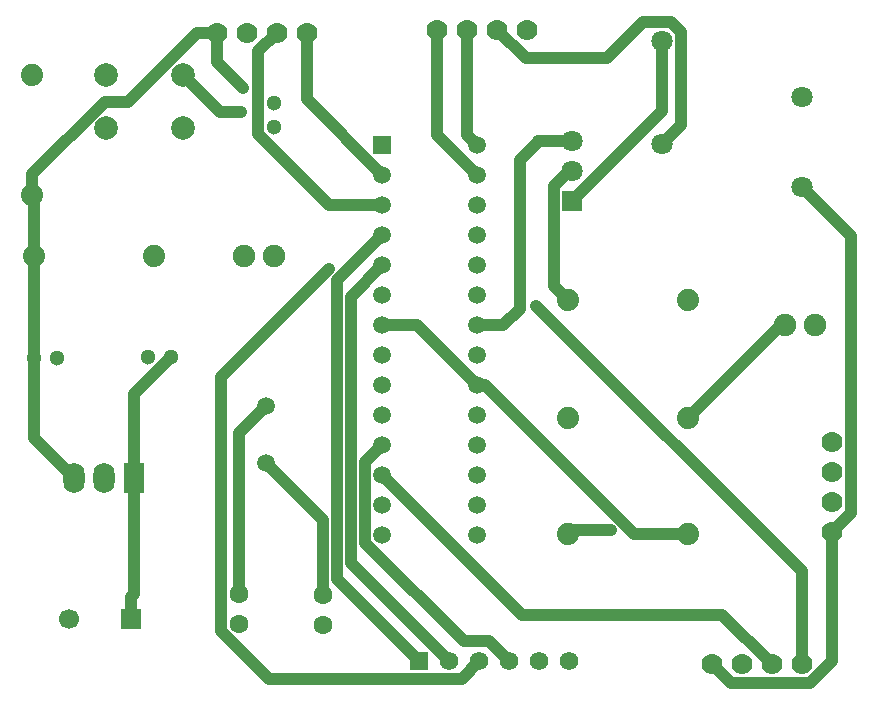
<source format=gbl>
G04 Layer: BottomLayer*
G04 EasyEDA v6.5.22, 2023-04-19 18:57:47*
G04 ea0b047a10f34627951ed673aab6b0d1,23e0b72c0ed747e58eec44992e5d9f69,10*
G04 Gerber Generator version 0.2*
G04 Scale: 100 percent, Rotated: No, Reflected: No *
G04 Dimensions in millimeters *
G04 leading zeros omitted , absolute positions ,4 integer and 5 decimal *
%FSLAX45Y45*%
%MOMM*%

%ADD10C,1.0000*%
%ADD11C,1.3000*%
%ADD12C,1.6000*%
%ADD13C,1.9000*%
%ADD14C,1.8000*%
%ADD15C,1.7780*%
%ADD16C,1.5748*%
%ADD17R,1.5748X1.5748*%
%ADD18R,1.7000X1.7000*%
%ADD19C,1.7000*%
%ADD20R,1.8000X1.8000*%
%ADD21C,1.8796*%
%ADD22C,2.0000*%
%ADD23R,1.5000X1.5000*%
%ADD24C,1.5000*%
%ADD25O,1.7999964X2.5999948*%
%ADD26R,1.8000X2.6000*%
%ADD27C,0.6100*%

%LPD*%
D10*
X4622800Y5727700D02*
G01*
X4864100Y5486400D01*
X5557011Y5486400D01*
X5859272Y5788660D01*
X6099047Y5788660D01*
X6176772Y5710936D01*
X6176772Y4916423D01*
X6019800Y4759197D01*
X5219674Y3441700D02*
G01*
X5102402Y3558971D01*
X5102402Y4406925D01*
X5229377Y4533900D01*
X5257800Y4533900D01*
X3651300Y3987800D02*
G01*
X3268014Y3604513D01*
X3268014Y1075385D01*
X3962400Y381000D01*
X3651300Y3733800D02*
G01*
X3383432Y3465931D01*
X3383432Y1213993D01*
X4216425Y381000D01*
X4470425Y381000D02*
G01*
X4322267Y232841D01*
X2688640Y232841D01*
X2287117Y634364D01*
X2287117Y2786837D01*
X3200196Y3699916D01*
X3651300Y2209800D02*
G01*
X3508933Y2067432D01*
X3508933Y1382115D01*
X4344390Y546658D01*
X4558766Y546658D01*
X4724425Y381000D01*
X7200900Y355600D02*
G01*
X7200900Y1143406D01*
X4955768Y3388537D01*
X3651300Y1955800D02*
G01*
X4835169Y771931D01*
X6530568Y771931D01*
X6946900Y355600D01*
X5219700Y1460500D02*
G01*
X5252745Y1493545D01*
X5586095Y1493545D01*
X3651300Y4241800D02*
G01*
X3199556Y4241800D01*
X2597632Y4843729D01*
X2597632Y5544032D01*
X2755900Y5702300D01*
X3651300Y4495800D02*
G01*
X3009900Y5137200D01*
X3009900Y5702300D01*
X4451299Y4749800D02*
G01*
X4368825Y4832273D01*
X4368825Y5727700D01*
X4451299Y4495800D02*
G01*
X4114825Y4832273D01*
X4114825Y5727700D01*
X5257800Y4279900D02*
G01*
X6019800Y5041900D01*
X6019800Y5629300D01*
X6235700Y2438400D02*
G01*
X7023100Y3225800D01*
X7061200Y3225800D01*
X2667000Y2542692D02*
G01*
X2438400Y2314092D01*
X2438400Y952500D01*
X2667000Y2054707D02*
G01*
X3149600Y1572107D01*
X3149600Y939800D01*
X1041400Y1930882D02*
G01*
X700100Y2272182D01*
X700100Y2946400D01*
X3651300Y3225800D02*
G01*
X3943299Y3225800D01*
X4451299Y2717800D01*
X6235700Y1460500D02*
G01*
X5782360Y1460500D01*
X4525060Y2717800D01*
X4451299Y2717800D01*
X6438900Y355600D02*
G01*
X6601713Y192786D01*
X7269352Y192786D01*
X7454900Y378332D01*
X7454900Y1473200D01*
X7454900Y1473200D02*
G01*
X7619034Y1637334D01*
X7619034Y3976065D01*
X7200900Y4394200D01*
X2474219Y5229430D02*
G01*
X2247900Y5455747D01*
X2247900Y5702300D01*
X698500Y3810000D02*
G01*
X700100Y3808399D01*
X700100Y2946400D01*
X2247900Y5702300D02*
G01*
X2080463Y5702300D01*
X1496263Y5118100D01*
X1303324Y5118100D01*
X685800Y4500575D01*
X685800Y4330700D01*
X685800Y4330700D02*
G01*
X698500Y4318000D01*
X698500Y3810000D01*
X1549425Y1929892D02*
G01*
X1549425Y2643225D01*
X1865299Y2959100D01*
X1526539Y921689D02*
G01*
X1549425Y944575D01*
X1549425Y1929892D01*
X1526539Y736600D02*
G01*
X1526539Y921689D01*
X1963318Y5343093D02*
G01*
X2274697Y5031714D01*
X2455163Y5031714D01*
X5257800Y4787900D02*
G01*
X4965700Y4787900D01*
X4965700Y4775200D01*
X4813300Y4622800D01*
X4813300Y3365500D01*
X4673600Y3225800D01*
X4451299Y3225800D01*
D11*
G01*
X2730500Y5103799D03*
G01*
X2730500Y4903800D03*
G01*
X1865299Y2959100D03*
G01*
X1665300Y2959100D03*
G01*
X700100Y2946400D03*
G01*
X900099Y2946400D03*
D12*
G01*
X3149600Y939800D03*
G01*
X3149600Y685800D03*
G01*
X2438400Y952500D03*
G01*
X2438400Y698500D03*
D13*
G01*
X7061200Y3225800D03*
G01*
X7315200Y3225800D03*
G01*
X2476500Y3810000D03*
G01*
X2730500Y3810000D03*
D14*
G01*
X6019800Y4759299D03*
G01*
X6019800Y5629300D03*
D15*
G01*
X4114825Y5727700D03*
G01*
X4368825Y5727700D03*
G01*
X4622825Y5727700D03*
G01*
X4876825Y5727700D03*
G01*
X3009900Y5702300D03*
G01*
X2755900Y5702300D03*
G01*
X2501900Y5702300D03*
G01*
X2247900Y5702300D03*
G01*
X7454900Y1473200D03*
G01*
X7454900Y1727200D03*
G01*
X7454900Y1981200D03*
G01*
X7454900Y2235200D03*
G01*
X6438900Y355600D03*
G01*
X6692900Y355600D03*
G01*
X6946900Y355600D03*
G01*
X7200900Y355600D03*
D16*
G01*
X5232425Y381000D03*
G01*
X4978425Y381000D03*
G01*
X4724425Y381000D03*
G01*
X4470425Y381000D03*
G01*
X4216425Y381000D03*
D17*
G01*
X3962400Y381000D03*
D18*
G01*
X1526539Y736600D03*
D19*
G01*
X998220Y736600D03*
D14*
G01*
X7200900Y4394200D03*
G01*
X7200900Y5156200D03*
D20*
G01*
X5257800Y4279900D03*
D14*
G01*
X5257800Y4533900D03*
G01*
X5257800Y4787900D03*
D21*
G01*
X5219700Y2438400D03*
G01*
X6235700Y2438400D03*
G01*
X685800Y4330700D03*
G01*
X685800Y5346700D03*
G01*
X698500Y3810000D03*
G01*
X1714500Y3810000D03*
G01*
X6235700Y1460500D03*
G01*
X5219700Y1460500D03*
G01*
X6235674Y3441700D03*
G01*
X5219674Y3441700D03*
D22*
G01*
X1313332Y5343093D03*
G01*
X1963318Y5343093D03*
G01*
X1963318Y4893106D03*
G01*
X1313332Y4893106D03*
D23*
G01*
X3651300Y4749800D03*
D24*
G01*
X3651300Y4495800D03*
G01*
X3651300Y4241800D03*
G01*
X3651300Y3987800D03*
G01*
X3651300Y3733800D03*
G01*
X3651300Y3479800D03*
G01*
X3651300Y3225800D03*
G01*
X3651300Y2971800D03*
G01*
X3651300Y2717800D03*
G01*
X3651300Y2463800D03*
G01*
X3651300Y2209800D03*
G01*
X3651300Y1955800D03*
G01*
X3651300Y1701800D03*
G01*
X3651300Y1447800D03*
G01*
X4451299Y4749800D03*
G01*
X4451299Y4495800D03*
G01*
X4451299Y4241800D03*
G01*
X4451299Y3987800D03*
G01*
X4451299Y3733800D03*
G01*
X4451299Y3479800D03*
G01*
X4451299Y3225800D03*
G01*
X4451299Y2971800D03*
G01*
X4451299Y2717800D03*
G01*
X4451299Y2463800D03*
G01*
X4451299Y2209800D03*
G01*
X4451299Y1955800D03*
G01*
X4451299Y1701800D03*
G01*
X4451299Y1447800D03*
D25*
G01*
X1295425Y1929892D03*
G01*
X1041400Y1930882D03*
D26*
G01*
X1549425Y1929892D03*
D24*
G01*
X2667000Y2542692D03*
G01*
X2667000Y2054707D03*
D27*
G01*
X2455163Y5031714D03*
G01*
X2474213Y5229428D03*
G01*
X5586095Y1493545D03*
G01*
X4955768Y3388537D03*
G01*
X3200196Y3699916D03*
M02*

</source>
